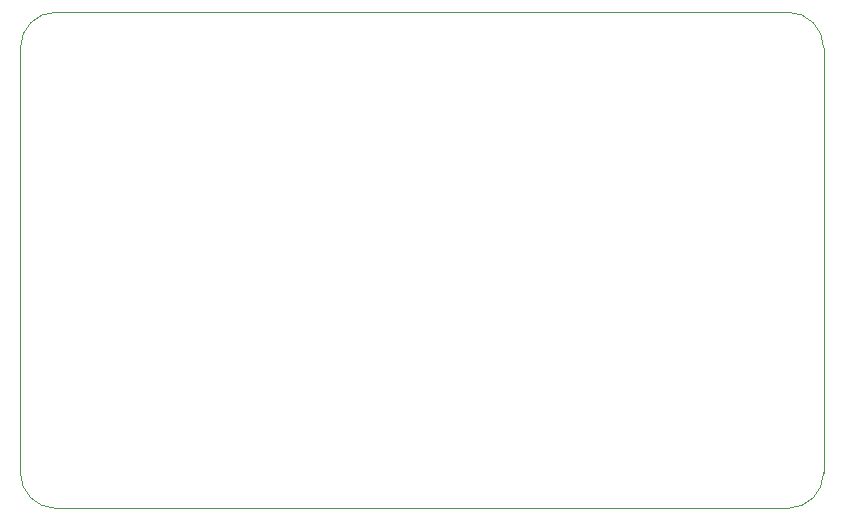
<source format=gbr>
G04 #@! TF.GenerationSoftware,KiCad,Pcbnew,5.1.3-ffb9f22~84~ubuntu19.04.1*
G04 #@! TF.CreationDate,2019-08-01T13:20:31-05:00*
G04 #@! TF.ProjectId,LeashPCB,4c656173-6850-4434-922e-6b696361645f,rev?*
G04 #@! TF.SameCoordinates,Original*
G04 #@! TF.FileFunction,Profile,NP*
%FSLAX46Y46*%
G04 Gerber Fmt 4.6, Leading zero omitted, Abs format (unit mm)*
G04 Created by KiCad (PCBNEW 5.1.3-ffb9f22~84~ubuntu19.04.1) date 2019-08-01 13:20:31*
%MOMM*%
%LPD*%
G04 APERTURE LIST*
%ADD10C,0.050000*%
G04 APERTURE END LIST*
D10*
X158000000Y-80000000D02*
X96000000Y-80000000D01*
X161000000Y-41000000D02*
X161000000Y-77000000D01*
X93000000Y-41000000D02*
G75*
G02X96000000Y-38000000I3000000J0D01*
G01*
X96000000Y-80000000D02*
G75*
G02X93000000Y-77000000I0J3000000D01*
G01*
X161000000Y-77000000D02*
G75*
G02X158000000Y-80000000I-3000000J0D01*
G01*
X158000000Y-38000000D02*
G75*
G02X161000000Y-41000000I0J-3000000D01*
G01*
X93000000Y-77000000D02*
X93000000Y-41000000D01*
X96000000Y-38000000D02*
X158000000Y-38000000D01*
M02*

</source>
